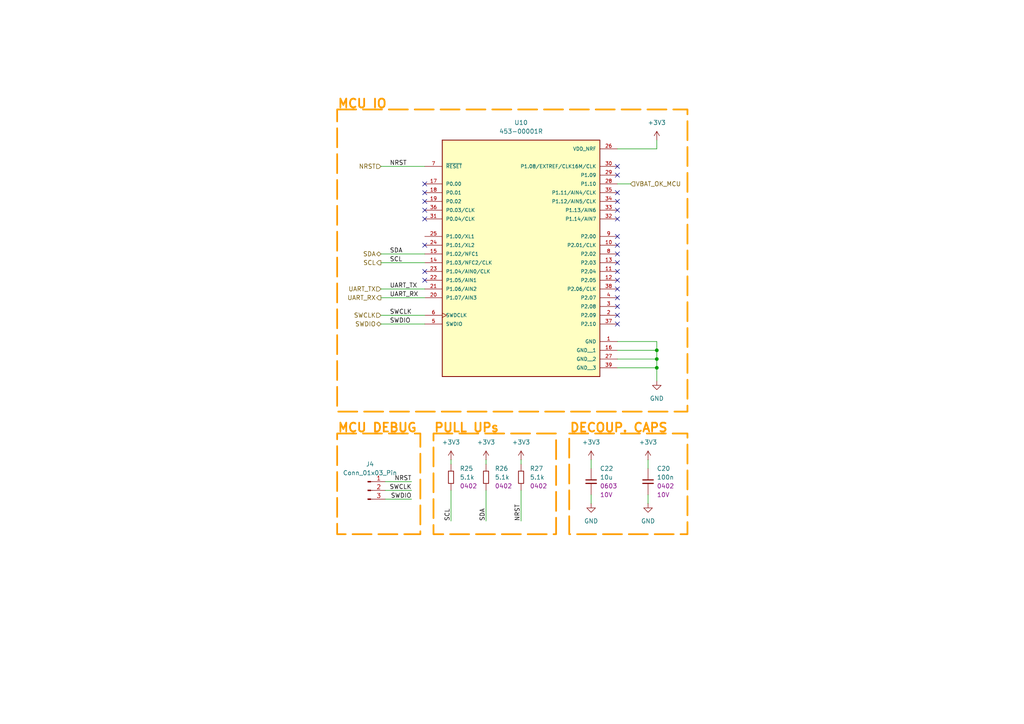
<source format=kicad_sch>
(kicad_sch (version 20250114) (generator "eeschema") (generator_version "9.0")
  (paper "A4")
  (lib_symbols
    (symbol "batteryless:453-00001R" (pin_names (offset 1.016))
      (property "Reference" "U" (at -22.86 31.115 0))
      (property "Value" "453-00001R" (at -22.86 -40.64 0))
      (symbol "453-00001R_0_0"
        (rectangle (start -22.86 -38.1) (end 22.86 30.48) (stroke (width 0.254)) (fill (type background)))
        (pin passive line (at -27.94 22.86 0) (length 5.08) (name "~{RESET}") (number "7"))
        (pin bidirectional line (at -27.94 17.78 0) (length 5.08) (name "P0.00") (number "17"))
        (pin bidirectional line (at -27.94 15.24 0) (length 5.08) (name "P0.01") (number "18"))
        (pin bidirectional line (at -27.94 12.7 0) (length 5.08) (name "P0.02") (number "19"))
        (pin bidirectional line (at -27.94 10.16 0) (length 5.08) (name "P0.03/CLK") (number "36"))
        (pin bidirectional line (at -27.94 7.62 0) (length 5.08) (name "P0.04/CLK") (number "31"))
        (pin bidirectional line (at -27.94 2.54 0) (length 5.08) (name "P1.00/XL1") (number "25"))
        (pin bidirectional line (at -27.94 0 0) (length 5.08) (name "P1.01/XL2") (number "24"))
        (pin bidirectional line (at -27.94 -2.54 0) (length 5.08) (name "P1.02/NFC1") (number "15"))
        (pin bidirectional line (at -27.94 -5.08 0) (length 5.08) (name "P1.03/NFC2/CLK") (number "14"))
        (pin bidirectional line (at -27.94 -7.62 0) (length 5.08) (name "P1.04/AIN0/CLK") (number "23"))
        (pin bidirectional line (at -27.94 -10.16 0) (length 5.08) (name "P1.05/AIN1") (number "22"))
        (pin bidirectional line (at -27.94 -12.7 0) (length 5.08) (name "P1.06/AIN2") (number "21"))
        (pin bidirectional line (at -27.94 -15.24 0) (length 5.08) (name "P1.07/AIN3") (number "20"))
        (pin input clock (at -27.94 -20.32 0) (length 5.08) (name "SWDCLK") (number "6"))
        (pin bidirectional line (at -27.94 -22.86 0) (length 5.08) (name "SWDIO") (number "5"))
        (pin power_in line (at 27.94 27.94 180) (length 5.08) (name "VDD_NRF") (number "26"))
        (pin bidirectional line (at 27.94 22.86 180) (length 5.08) (name "P1.08/EXTREF/CLK16M/CLK") (number "30"))
        (pin bidirectional line (at 27.94 20.32 180) (length 5.08) (name "P1.09") (number "29"))
        (pin bidirectional line (at 27.94 17.78 180) (length 5.08) (name "P1.10") (number "28"))
        (pin bidirectional line (at 27.94 15.24 180) (length 5.08) (name "P1.11/AIN4/CLK") (number "35"))
        (pin bidirectional line (at 27.94 12.7 180) (length 5.08) (name "P1.12/AIN5/CLK") (number "34"))
        (pin bidirectional line (at 27.94 10.16 180) (length 5.08) (name "P1.13/AIN6") (number "33"))
        (pin bidirectional line (at 27.94 7.62 180) (length 5.08) (name "P1.14/AIN7") (number "32"))
        (pin bidirectional line (at 27.94 2.54 180) (length 5.08) (name "P2.00") (number "9"))
        (pin bidirectional line (at 27.94 0 180) (length 5.08) (name "P2.01/CLK") (number "10"))
        (pin bidirectional line (at 27.94 -2.54 180) (length 5.08) (name "P2.02") (number "8"))
        (pin bidirectional line (at 27.94 -5.08 180) (length 5.08) (name "P2.03") (number "13"))
        (pin bidirectional line (at 27.94 -7.62 180) (length 5.08) (name "P2.04") (number "11"))
        (pin bidirectional line (at 27.94 -10.16 180) (length 5.08) (name "P2.05") (number "12"))
        (pin bidirectional line (at 27.94 -12.7 180) (length 5.08) (name "P2.06/CLK") (number "38"))
        (pin bidirectional line (at 27.94 -15.24 180) (length 5.08) (name "P2.07") (number "4"))
        (pin bidirectional line (at 27.94 -17.78 180) (length 5.08) (name "P2.08") (number "3"))
        (pin bidirectional line (at 27.94 -20.32 180) (length 5.08) (name "P2.09") (number "2"))
        (pin bidirectional line (at 27.94 -22.86 180) (length 5.08) (name "P2.10") (number "37"))
        (pin power_in line (at 27.94 -27.94 180) (length 5.08) (name "GND") (number "1"))
        (pin power_in line (at 27.94 -30.48 180) (length 5.08) (name "GND__1") (number "16"))
        (pin power_in line (at 27.94 -33.02 180) (length 5.08) (name "GND__2") (number "27"))
        (pin power_in line (at 27.94 -35.56 180) (length 5.08) (name "GND__3") (number "39"))
      )
    )
    (symbol "batteryless:C" (pin_numbers (hide yes))
      (property "Reference" "C" (at 2.54 -1.27 0))
      (property "Value" "C" (at 2.54 -3.048 0))
      (property "Package" "PKG" (at 2.54 -4.826 0))
      (property "Voltage Rating" "V" (at 2.54 -6.604 0))
      (symbol "C_0_1"
        (polyline (pts (xy -1.524 -3.302) (xy 1.524 -3.302)) (stroke (width 0.3048)))
        (polyline (pts (xy -1.524 -4.318) (xy 1.524 -4.318)) (stroke (width 0.3302)))
      )
      (symbol "C_1_1"
        (pin passive line (at 0 0 270) (length 3.175) (name "~") (number "1"))
        (pin passive line (at 0 -7.62 90) (length 3.175) (name "~") (number "2"))
      )
    )
    (symbol "batteryless:Conn_01x03_Pin" (pin_names (offset 1.016) (hide yes))
      (property "Reference" "J" (at 0 5.08 0))
      (property "Value" "Conn_01x03_Pin" (at 0 -5.08 0))
      (symbol "Conn_01x03_Pin_1_1"
        (rectangle (start 0.8636 2.667) (end 0 2.413) (stroke (width 0.1524)) (fill (type outline)))
        (rectangle (start 0.8636 0.127) (end 0 -0.127) (stroke (width 0.1524)) (fill (type outline)))
        (rectangle (start 0.8636 -2.413) (end 0 -2.667) (stroke (width 0.1524)) (fill (type outline)))
        (polyline (pts (xy 1.27 2.54) (xy 0.8636 2.54)) (stroke (width 0.1524)))
        (polyline (pts (xy 1.27 0) (xy 0.8636 0)) (stroke (width 0.1524)))
        (polyline (pts (xy 1.27 -2.54) (xy 0.8636 -2.54)) (stroke (width 0.1524)))
        (pin passive line (at 5.08 2.54 180) (length 3.81) (name "Pin_1") (number "1"))
        (pin passive line (at 5.08 0 180) (length 3.81) (name "Pin_2") (number "2"))
        (pin passive line (at 5.08 -2.54 180) (length 3.81) (name "Pin_3") (number "3"))
      )
    )
    (symbol "batteryless:R" (pin_numbers (hide yes))
      (property "Reference" "R" (at 2.54 -1.27 0))
      (property "Value" "R" (at 2.54 -3.048 0))
      (property "Package" "PKG" (at 2.54 -4.826 0))
      (property "Power" "W" (at 2.54 -6.604 0))
      (symbol "R_0_1"
        (rectangle (start -0.762 -2.032) (end 0.762 -5.588) (stroke (width 0.2032)))
      )
      (symbol "R_1_1"
        (pin passive line (at 0 0 270) (length 1.905) (name "~") (number "1"))
        (pin passive line (at 0 -7.62 90) (length 1.905) (name "~") (number "2"))
      )
    )
    (symbol "bpower:+3V3" (power) (pin_numbers (hide yes)) (pin_names (offset 0) (hide yes))
      (property "Value" "+3V3" (at 0 3.556 0))
      (symbol "+3V3_0_1"
        (polyline (pts (xy -0.762 1.27) (xy 0 2.54)))
        (polyline (pts (xy 0 2.54) (xy 0.762 1.27)))
        (polyline (pts (xy 0 0) (xy 0 2.54)))
      )
      (symbol "+3V3_1_1"
        (pin power_in line (at 0 0 90) (length 0) (name "~") (number "1"))
      )
    )
    (symbol "bpower:GND" (power) (pin_numbers (hide yes)) (pin_names (offset 0) (hide yes))
      (property "Value" "GND" (at 0 -3.81 0))
      (symbol "GND_0_1"
        (polyline (pts (xy 0 0) (xy 0 -1.27) (xy 1.27 -1.27) (xy 0 -2.54) (xy -1.27 -1.27) (xy 0 -1.27)))
      )
      (symbol "GND_1_1"
        (pin power_in line (at 0 0 270) (length 0) (name "~") (number "1"))
      )
    )
  )
  (rectangle (start 97.79 125.73) (end 121.92 154.94) (stroke (width 0.5) (type dash) (color 255 153 0 1)))
  (rectangle (start 165.1 125.73) (end 199.39 154.94) (stroke (width 0.5) (type dash) (color 255 153 0 1)))
  (rectangle (start 97.79 31.75) (end 199.39 119.38) (stroke (width 0.5) (type dash) (color 255 153 0 1)))
  (rectangle (start 125.73 125.73) (end 161.29 154.94) (stroke (width 0.5) (type dash) (color 255 153 0 1)))
  (text "MCU IO" (at 97.79 31.75 0) (effects (font (size 2.54 2.54) (thickness 0.508) (bold yes)) (justify left bottom)))
  (text "PULL UPs" (at 125.73 125.73 0) (effects (font (size 2.54 2.54) (thickness 0.508) (bold yes)) (justify left bottom)))
  (text "DECOUP. CAPS" (at 165.1 125.73 0) (effects (font (size 2.54 2.54) (thickness 0.508) (bold yes)) (justify left bottom)))
  (text "MCU DEBUG" (at 97.79 125.73 0) (effects (font (size 2.54 2.54) (thickness 0.508) (bold yes)) (justify left bottom)))
  (junction (at 190.5 101.6))
  (junction (at 190.5 104.14))
  (junction (at 190.5 106.68))
  (no_connect (at 123.19 63.5))
  (no_connect (at 179.07 58.42))
  (no_connect (at 123.19 71.12))
  (no_connect (at 179.07 86.36))
  (no_connect (at 123.19 78.74))
  (no_connect (at 179.07 91.44))
  (no_connect (at 179.07 83.82))
  (no_connect (at 123.19 55.88))
  (no_connect (at 123.19 53.34))
  (no_connect (at 123.19 81.28))
  (no_connect (at 179.07 76.2))
  (no_connect (at 179.07 48.26))
  (no_connect (at 179.07 88.9))
  (no_connect (at 179.07 81.28))
  (no_connect (at 179.07 60.96))
  (no_connect (at 179.07 63.5))
  (no_connect (at 123.19 58.42))
  (no_connect (at 179.07 71.12))
  (no_connect (at 179.07 78.74))
  (no_connect (at 179.07 93.98))
  (no_connect (at 179.07 55.88))
  (no_connect (at 179.07 50.8))
  (no_connect (at 123.19 60.96))
  (no_connect (at 179.07 68.58))
  (no_connect (at 179.07 73.66))
  (wire (pts (xy 110.49 86.36) (xy 123.19 86.36)))
  (wire (pts (xy 171.45 143.51) (xy 171.45 146.05)))
  (wire (pts (xy 110.49 91.44) (xy 123.19 91.44)))
  (wire (pts (xy 179.07 106.68) (xy 190.5 106.68)))
  (wire (pts (xy 151.13 142.24) (xy 151.13 151.13)))
  (wire (pts (xy 190.5 104.14) (xy 190.5 106.68)))
  (wire (pts (xy 130.81 142.24) (xy 130.81 151.13)))
  (wire (pts (xy 110.49 76.2) (xy 123.19 76.2)))
  (wire (pts (xy 130.81 133.35) (xy 130.81 134.62)))
  (wire (pts (xy 110.49 73.66) (xy 123.19 73.66)))
  (wire (pts (xy 140.97 142.24) (xy 140.97 151.13)))
  (wire (pts (xy 179.07 104.14) (xy 190.5 104.14)))
  (wire (pts (xy 190.5 101.6) (xy 190.5 104.14)))
  (wire (pts (xy 111.76 139.7) (xy 119.38 139.7)))
  (wire (pts (xy 190.5 106.68) (xy 190.5 110.49)))
  (wire (pts (xy 110.49 93.98) (xy 123.19 93.98)))
  (wire (pts (xy 182.88 53.34) (xy 179.07 53.34)))
  (wire (pts (xy 179.07 101.6) (xy 190.5 101.6)))
  (wire (pts (xy 110.49 48.26) (xy 123.19 48.26)))
  (wire (pts (xy 190.5 43.18) (xy 190.5 40.64)))
  (wire (pts (xy 151.13 133.35) (xy 151.13 134.62)))
  (wire (pts (xy 111.76 142.24) (xy 119.38 142.24)))
  (wire (pts (xy 111.76 144.78) (xy 119.38 144.78)))
  (wire (pts (xy 190.5 99.06) (xy 190.5 101.6)))
  (wire (pts (xy 187.96 143.51) (xy 187.96 146.05)))
  (wire (pts (xy 179.07 43.18) (xy 190.5 43.18)))
  (wire (pts (xy 171.45 133.35) (xy 171.45 135.89)))
  (wire (pts (xy 187.96 133.35) (xy 187.96 135.89)))
  (wire (pts (xy 110.49 83.82) (xy 123.19 83.82)))
  (wire (pts (xy 179.07 99.06) (xy 190.5 99.06)))
  (wire (pts (xy 140.97 133.35) (xy 140.97 134.62)))
  (label "SWDIO" (at 113.03 93.98 0))
  (label "UART_TX" (at 113.03 83.82 0))
  (label "SWCLK" (at 119.38 142.24 180))
  (label "SWDIO" (at 119.38 144.78 180))
  (label "SCL" (at 130.81 151.13 90))
  (label "NRST" (at 113.03 48.26 0))
  (label "NRST" (at 119.38 139.7 180))
  (label "SDA" (at 113.03 73.66 0))
  (label "UART_RX" (at 113.03 86.36 0))
  (label "SCL" (at 113.03 76.2 0))
  (label "SWCLK" (at 113.03 91.44 0))
  (label "NRST" (at 151.13 151.13 90))
  (label "SDA" (at 140.97 151.13 90))
  (hierarchical_label "SWDIO" (shape bidirectional) (at 110.49 93.98 180))
  (hierarchical_label "SWCLK" (shape input) (at 110.49 91.44 180))
  (hierarchical_label "SDA" (shape bidirectional) (at 110.49 73.66 180))
  (hierarchical_label "SCL" (shape output) (at 110.49 76.2 180))
  (hierarchical_label "NRST" (shape input) (at 110.49 48.26 180))
  (hierarchical_label "UART_TX" (shape input) (at 110.49 83.82 180))
  (hierarchical_label "UART_RX" (shape output) (at 110.49 86.36 180))
  (hierarchical_label "VBAT_OK_MCU" (shape input) (at 182.88 53.34 0))
  (symbol (lib_id "bpower:GND") (at 190.5 110.49 0) (unit 1)
    (property "Reference" "#PWR029" (effects (hide yes)))
    (property "Value" "GND" (at 190.5 115.57 0))
    (property "Description" "Power symbol creates a global label with name \"GND\" , ground" (effects (hide yes)))
  )
  (symbol (lib_id "bpower:+3V3") (at 187.96 133.35 0) (unit 1)
    (property "Reference" "#PWR046" (effects (hide yes)))
    (property "Value" "+3V3" (at 187.96 128.27 0))
    (property "Description" "Power symbol creates a global label with name \"+3V3\"" (effects (hide yes)))
  )
  (symbol (lib_id "batteryless:R") (at 151.13 134.62 0) (unit 1)
    (property "Reference" "R27" (at 153.67 135.8899 0) (effects (justify left)))
    (property "Value" "5.1k" (at 153.67 138.4299 0) (effects (justify left)))
    (property "Footprint" "batteryless:R_0402_1005Metric" (effects (hide yes)))
    (property "Package" "0402" (at 153.67 140.9699 0) (effects (justify left)))
    (property "Power" "W" (effects (hide yes)))
    (property "Part Number" "RC0402FR-135K1L" (effects (hide yes)))
  )
  (symbol (lib_id "bpower:+3V3") (at 190.5 40.64 0) (unit 1)
    (property "Reference" "#PWR052" (effects (hide yes)))
    (property "Value" "+3V3" (at 190.5 35.56 0))
    (property "Description" "Power symbol creates a global label with name \"+3V3\"" (effects (hide yes)))
  )
  (symbol (lib_id "bpower:GND") (at 171.45 146.05 0) (unit 1)
    (property "Reference" "#PWR044" (effects (hide yes)))
    (property "Value" "GND" (at 171.45 151.13 0))
    (property "Description" "Power symbol creates a global label with name \"GND\" , ground" (effects (hide yes)))
  )
  (symbol (lib_id "bpower:GND") (at 187.96 146.05 0) (unit 1)
    (property "Reference" "#PWR06" (effects (hide yes)))
    (property "Value" "GND" (at 187.96 151.13 0))
    (property "Description" "Power symbol creates a global label with name \"GND\" , ground" (effects (hide yes)))
  )
  (symbol (lib_id "batteryless:R") (at 140.97 134.62 0) (unit 1)
    (property "Reference" "R26" (at 143.51 135.8899 0) (effects (justify left)))
    (property "Value" "5.1k" (at 143.51 138.4299 0) (effects (justify left)))
    (property "Footprint" "batteryless:R_0402_1005Metric" (effects (hide yes)))
    (property "Package" "0402" (at 143.51 140.9699 0) (effects (justify left)))
    (property "Power" "W" (effects (hide yes)))
    (property "Part Number" "RC0402FR-135K1L" (effects (hide yes)))
  )
  (symbol (lib_id "batteryless:453-00001R") (at 151.13 71.12 0) (unit 1)
    (property "Reference" "U10" (at 151.13 35.56 0))
    (property "Value" "453-00001R" (at 151.13 38.1 0))
    (property "Footprint" "batteryless:XCVR_453-00001R" (effects (hide yes)))
    (property "PARTREV" "1.8" (effects (hide yes)))
    (property "STANDARD" "Manufacturer Recommendations" (effects (hide yes)))
    (property "MAXIMUM_PACKAGE_HEIGHT" "1.75mm" (effects (hide yes)))
    (property "MANUFACTURER" "EZURiO" (effects (hide yes)))
    (property "Part Number" "453-00001R" (effects (hide yes)))
  )
  (symbol (lib_id "batteryless:R") (at 130.81 134.62 0) (unit 1)
    (property "Reference" "R25" (at 133.35 135.8899 0) (effects (justify left)))
    (property "Value" "5.1k" (at 133.35 138.4299 0) (effects (justify left)))
    (property "Footprint" "batteryless:R_0402_1005Metric" (effects (hide yes)))
    (property "Package" "0402" (at 133.35 140.9699 0) (effects (justify left)))
    (property "Power" "W" (effects (hide yes)))
    (property "Part Number" "RC0402FR-135K1L" (effects (hide yes)))
  )
  (symbol (lib_id "bpower:+3V3") (at 151.13 133.35 0) (unit 1)
    (property "Reference" "#PWR010" (effects (hide yes)))
    (property "Value" "+3V3" (at 151.13 128.27 0))
    (property "Description" "Power symbol creates a global label with name \"+3V3\"" (effects (hide yes)))
  )
  (symbol (lib_id "batteryless:Conn_01x03_Pin") (at 106.68 142.24 0) (unit 1)
    (property "Reference" "J4" (at 107.315 134.62 0))
    (property "Value" "Conn_01x03_Pin" (at 107.315 137.16 0))
    (property "Footprint" "batteryless:PinHeader_1x03_P2.54mm_Vertical" (effects (hide yes)))
    (property "Description" "Generic connector, single row, 01x03, script generated" (effects (hide yes)))
  )
  (symbol (lib_id "bpower:+3V3") (at 130.81 133.35 0) (unit 1)
    (property "Reference" "#PWR07" (effects (hide yes)))
    (property "Value" "+3V3" (at 130.81 128.27 0))
    (property "Description" "Power symbol creates a global label with name \"+3V3\"" (effects (hide yes)))
  )
  (symbol (lib_id "batteryless:C") (at 187.96 135.89 0) (unit 1)
    (property "Reference" "C20" (at 190.5 135.8962 0) (effects (justify left)))
    (property "Value" "100n" (at 190.5 138.4362 0) (effects (justify left)))
    (property "Footprint" "batteryless:C_0402_1005Metric" (effects (hide yes)))
    (property "Package" "0402" (at 190.5 140.9762 0) (effects (justify left)))
    (property "Voltage Rating" "10V" (at 190.5 143.5162 0) (effects (justify left)))
    (property "Part Number" "GRM155R71A104KA01J" (effects (hide yes)))
  )
  (symbol (lib_id "batteryless:C") (at 171.45 135.89 0) (unit 1)
    (property "Reference" "C22" (at 173.99 135.8962 0) (effects (justify left)))
    (property "Value" "10u" (at 173.99 138.4362 0) (effects (justify left)))
    (property "Footprint" "batteryless:C_0603_1608Metric" (effects (hide yes)))
    (property "Package" "0603" (at 173.99 140.9762 0) (effects (justify left)))
    (property "Voltage Rating" "10V" (at 173.99 143.5162 0) (effects (justify left)))
    (property "Part Number" "GRM188Z71A106KA73D" (effects (hide yes)))
  )
  (symbol (lib_id "bpower:+3V3") (at 140.97 133.35 0) (unit 1)
    (property "Reference" "#PWR08" (effects (hide yes)))
    (property "Value" "+3V3" (at 140.97 128.27 0))
    (property "Description" "Power symbol creates a global label with name \"+3V3\"" (effects (hide yes)))
  )
  (symbol (lib_id "bpower:+3V3") (at 171.45 133.35 0) (unit 1)
    (property "Reference" "#PWR045" (effects (hide yes)))
    (property "Value" "+3V3" (at 171.45 128.27 0))
    (property "Description" "Power symbol creates a global label with name \"+3V3\"" (effects (hide yes)))
  )
)
</source>
